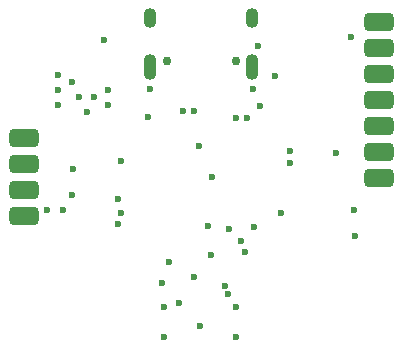
<source format=gbr>
%TF.GenerationSoftware,KiCad,Pcbnew,(6.0.4)*%
%TF.CreationDate,2022-07-20T20:12:39-04:00*%
%TF.ProjectId,Palette_Chip_KiCAD,50616c65-7474-4655-9f43-6869705f4b69,rev?*%
%TF.SameCoordinates,Original*%
%TF.FileFunction,Soldermask,Bot*%
%TF.FilePolarity,Negative*%
%FSLAX46Y46*%
G04 Gerber Fmt 4.6, Leading zero omitted, Abs format (unit mm)*
G04 Created by KiCad (PCBNEW (6.0.4)) date 2022-07-20 20:12:39*
%MOMM*%
%LPD*%
G01*
G04 APERTURE LIST*
G04 Aperture macros list*
%AMRoundRect*
0 Rectangle with rounded corners*
0 $1 Rounding radius*
0 $2 $3 $4 $5 $6 $7 $8 $9 X,Y pos of 4 corners*
0 Add a 4 corners polygon primitive as box body*
4,1,4,$2,$3,$4,$5,$6,$7,$8,$9,$2,$3,0*
0 Add four circle primitives for the rounded corners*
1,1,$1+$1,$2,$3*
1,1,$1+$1,$4,$5*
1,1,$1+$1,$6,$7*
1,1,$1+$1,$8,$9*
0 Add four rect primitives between the rounded corners*
20,1,$1+$1,$2,$3,$4,$5,0*
20,1,$1+$1,$4,$5,$6,$7,0*
20,1,$1+$1,$6,$7,$8,$9,0*
20,1,$1+$1,$8,$9,$2,$3,0*%
G04 Aperture macros list end*
%ADD10RoundRect,0.381000X-0.869000X-0.381000X0.869000X-0.381000X0.869000X0.381000X-0.869000X0.381000X0*%
%ADD11C,0.750000*%
%ADD12O,1.100000X2.200000*%
%ADD13O,1.100000X1.700000*%
%ADD14C,0.600000*%
G04 APERTURE END LIST*
D10*
%TO.C,2*%
X158415000Y-81500000D03*
%TD*%
D11*
%TO.C,USB1*%
X140515000Y-82617500D03*
X146295000Y-82617500D03*
D12*
X139085000Y-83147500D03*
D13*
X147725000Y-78967500D03*
X139085000Y-78967500D03*
D12*
X147725000Y-83147500D03*
%TD*%
D10*
%TO.C,7*%
X158415000Y-92500000D03*
%TD*%
%TO.C,Led2*%
X128415000Y-95690000D03*
%TD*%
%TO.C,5*%
X158415000Y-88100000D03*
%TD*%
%TO.C,6*%
X158415000Y-90300000D03*
%TD*%
%TO.C,4*%
X158415000Y-85900000D03*
%TD*%
%TO.C,1*%
X158415000Y-79300000D03*
%TD*%
%TO.C,Rot_A*%
X128415000Y-89090000D03*
%TD*%
%TO.C,3*%
X158415000Y-83700000D03*
%TD*%
%TO.C,Rot_B*%
X128415000Y-91290000D03*
%TD*%
%TO.C,Led1*%
X128415000Y-93490000D03*
%TD*%
D14*
X147745000Y-84940000D03*
X140265000Y-103460000D03*
X156355000Y-95255000D03*
X136345000Y-96390000D03*
X138865000Y-87350000D03*
X135135000Y-80790000D03*
X136340000Y-94245000D03*
X142765000Y-100890000D03*
X140275000Y-105980000D03*
X145635000Y-102320000D03*
X146345000Y-87417500D03*
X150865000Y-91210000D03*
X146345000Y-105980000D03*
X136615000Y-95490000D03*
X140625000Y-99590000D03*
X146335000Y-103460000D03*
X154815000Y-90380000D03*
X145415000Y-101630000D03*
X143285000Y-105070000D03*
X150175000Y-95492500D03*
X148355000Y-86440000D03*
X131270000Y-86330000D03*
X156085000Y-80570000D03*
X141805000Y-86830000D03*
X150865000Y-90250000D03*
X141525000Y-103080000D03*
X142765000Y-86830000D03*
X140035000Y-101410000D03*
X139065000Y-84950000D03*
X136605000Y-91100000D03*
X156385000Y-97405000D03*
X147305000Y-87447500D03*
X145705000Y-96810000D03*
X149625000Y-83880000D03*
X146775000Y-97870000D03*
X148195000Y-81310000D03*
X132410000Y-93970000D03*
X132500000Y-91780000D03*
X147895000Y-96650000D03*
X147135000Y-98800000D03*
X131270000Y-83790000D03*
X132475000Y-84370000D03*
X131270000Y-85060000D03*
X133065000Y-85655000D03*
X135535000Y-86325000D03*
X133745000Y-86910000D03*
X134335000Y-85640000D03*
X135535000Y-85060000D03*
X144285000Y-92400000D03*
X144205000Y-98990000D03*
X143995000Y-96600000D03*
X143197933Y-89774223D03*
X130300000Y-95250000D03*
X131720000Y-95250000D03*
M02*

</source>
